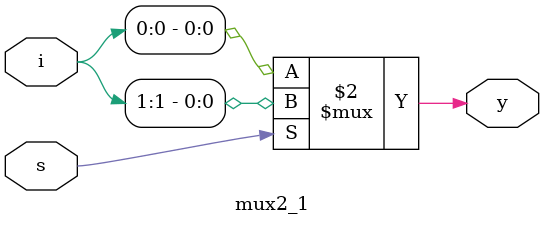
<source format=v>
module mux2_1(s,i,y);
  input s;
  input [1:0]i;
  output reg y;
  always @(s,i)
    begin 
      y=(s)?i[1]:i[0];
    end 
endmodule
</source>
